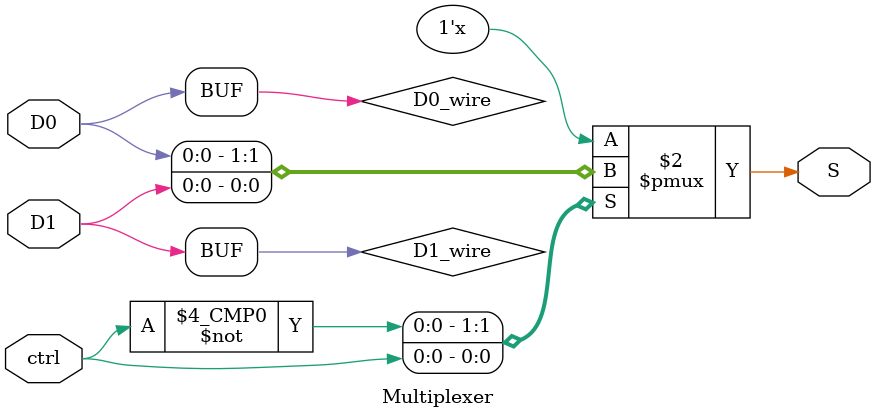
<source format=v>
module Multiplexer #(parameter INIT_VALUE = 8'hB8)
   (input ctrl,
    input [0:0] D0,
    input [0:0] D1,
    output reg [0:0] S);

  wire [0:0] D0_wire;
  wire [0:0] D1_wire;
  wire S_wire;

  assign D0_wire = D0;
  assign D1_wire = D1;

  always @*
  begin
    case(ctrl)
      1'b0: S = D0_wire;
      1'b1: S = D1_wire;
    endcase
  end

endmodule
</source>
